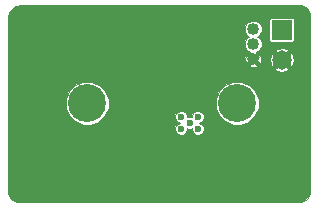
<source format=gbl>
G04 #@! TF.FileFunction,Copper,L2,Bot,Signal*
%FSLAX46Y46*%
G04 Gerber Fmt 4.6, Leading zero omitted, Abs format (unit mm)*
G04 Created by KiCad (PCBNEW (2015-05-03 BZR 5637)-product) date 2015 September 09, Wednesday 10:45:35*
%MOMM*%
G01*
G04 APERTURE LIST*
%ADD10C,0.100000*%
%ADD11R,1.651000X1.651000*%
%ADD12C,1.651000*%
%ADD13C,0.600000*%
%ADD14C,1.016000*%
%ADD15C,3.216000*%
%ADD16C,0.025400*%
G04 APERTURE END LIST*
D10*
D11*
X143002000Y-100584000D03*
D12*
X143002000Y-103124000D03*
D13*
X138176000Y-108775500D03*
X138176000Y-109474000D03*
X137541000Y-109093000D03*
X137541000Y-108331000D03*
X124206000Y-112649000D03*
X124206000Y-111887000D03*
X137287000Y-113982500D03*
X137287000Y-113093500D03*
X137287000Y-112204500D03*
X137287000Y-111315500D03*
X129540000Y-103505000D03*
X129540000Y-102616000D03*
X129540000Y-101727000D03*
X129540000Y-100838000D03*
X129540000Y-99949000D03*
X132969000Y-108839000D03*
D14*
X140589000Y-100520500D03*
X140589000Y-103060500D03*
X140589000Y-101790500D03*
D13*
X132969000Y-108077000D03*
X134493000Y-107950000D03*
X135890000Y-107950000D03*
X135191500Y-108458000D03*
X134493000Y-108966000D03*
X135890000Y-108966000D03*
D15*
X126520000Y-106800000D03*
X139220000Y-106800000D03*
D16*
G36*
X145377700Y-114283818D02*
X145309894Y-114624698D01*
X145125966Y-114899966D01*
X144850700Y-115083894D01*
X144509818Y-115151700D01*
X144044367Y-115151700D01*
X144044367Y-101409500D01*
X144044367Y-99758500D01*
X144028631Y-99677398D01*
X143981807Y-99606117D01*
X143911120Y-99558402D01*
X143827500Y-99541633D01*
X142176500Y-99541633D01*
X142095398Y-99557369D01*
X142024117Y-99604193D01*
X141976402Y-99674880D01*
X141959633Y-99758500D01*
X141959633Y-101409500D01*
X141975369Y-101490602D01*
X142022193Y-101561883D01*
X142092880Y-101609598D01*
X142176500Y-101626367D01*
X143827500Y-101626367D01*
X143908602Y-101610631D01*
X143979883Y-101563807D01*
X144027598Y-101493120D01*
X144044367Y-101409500D01*
X144044367Y-115151700D01*
X144008369Y-115151700D01*
X144008369Y-103172986D01*
X143950509Y-102784136D01*
X143913017Y-102693623D01*
X143805181Y-102585701D01*
X143540299Y-102850583D01*
X143540299Y-102320819D01*
X143432377Y-102212983D01*
X143050986Y-102117631D01*
X142662136Y-102175491D01*
X142571623Y-102212983D01*
X142463701Y-102320819D01*
X143002000Y-102859118D01*
X143540299Y-102320819D01*
X143540299Y-102850583D01*
X143266882Y-103124000D01*
X143805181Y-103662299D01*
X143913017Y-103554377D01*
X144008369Y-103172986D01*
X144008369Y-115151700D01*
X143540299Y-115151700D01*
X143540299Y-103927181D01*
X143002000Y-103388882D01*
X142737118Y-103653764D01*
X142737118Y-103124000D01*
X142198819Y-102585701D01*
X142090983Y-102693623D01*
X141995631Y-103075014D01*
X142053491Y-103463864D01*
X142090983Y-103554377D01*
X142198819Y-103662299D01*
X142737118Y-103124000D01*
X142737118Y-103653764D01*
X142463701Y-103927181D01*
X142571623Y-104035017D01*
X142953014Y-104130369D01*
X143341864Y-104072509D01*
X143432377Y-104035017D01*
X143540299Y-103927181D01*
X143540299Y-115151700D01*
X141309824Y-115151700D01*
X141309824Y-101647773D01*
X141200336Y-101382790D01*
X140997777Y-101179877D01*
X140939253Y-101155576D01*
X140996710Y-101131836D01*
X141199623Y-100929277D01*
X141309574Y-100664485D01*
X141309824Y-100377773D01*
X141200336Y-100112790D01*
X140997777Y-99909877D01*
X140732985Y-99799926D01*
X140446273Y-99799676D01*
X140181290Y-99909164D01*
X139978377Y-100111723D01*
X139868426Y-100376515D01*
X139868176Y-100663227D01*
X139977664Y-100928210D01*
X140180223Y-101131123D01*
X140238746Y-101155423D01*
X140181290Y-101179164D01*
X139978377Y-101381723D01*
X139868426Y-101646515D01*
X139868176Y-101933227D01*
X139977664Y-102198210D01*
X140180223Y-102401123D01*
X140317806Y-102458252D01*
X140286367Y-102492985D01*
X140589000Y-102795618D01*
X140891633Y-102492985D01*
X140860187Y-102458245D01*
X140996710Y-102401836D01*
X141199623Y-102199277D01*
X141309574Y-101934485D01*
X141309824Y-101647773D01*
X141309824Y-115151700D01*
X141272242Y-115151700D01*
X141272242Y-103031910D01*
X141231175Y-102825448D01*
X141156515Y-102757867D01*
X140853882Y-103060500D01*
X141156515Y-103363133D01*
X141231175Y-103295552D01*
X141272242Y-103031910D01*
X141272242Y-115151700D01*
X141041016Y-115151700D01*
X141041016Y-106439429D01*
X140891633Y-106077894D01*
X140891633Y-103628015D01*
X140589000Y-103325382D01*
X140324118Y-103590264D01*
X140324118Y-103060500D01*
X140021485Y-102757867D01*
X139946825Y-102825448D01*
X139905758Y-103089090D01*
X139946825Y-103295552D01*
X140021485Y-103363133D01*
X140324118Y-103060500D01*
X140324118Y-103590264D01*
X140286367Y-103628015D01*
X140353948Y-103702675D01*
X140617590Y-103743742D01*
X140824052Y-103702675D01*
X140891633Y-103628015D01*
X140891633Y-106077894D01*
X140764415Y-105770003D01*
X140252690Y-105257385D01*
X139583749Y-104979616D01*
X138859429Y-104978984D01*
X138190003Y-105255585D01*
X137677385Y-105767310D01*
X137399616Y-106436251D01*
X137398984Y-107160571D01*
X137675585Y-107829997D01*
X138187310Y-108342615D01*
X138856251Y-108620384D01*
X139580571Y-108621016D01*
X140249997Y-108344415D01*
X140762615Y-107832690D01*
X141040384Y-107163749D01*
X141041016Y-106439429D01*
X141041016Y-115151700D01*
X136402788Y-115151700D01*
X136402788Y-108864465D01*
X136324899Y-108675958D01*
X136180800Y-108531608D01*
X136003328Y-108457915D01*
X136180042Y-108384899D01*
X136324392Y-108240800D01*
X136402610Y-108052430D01*
X136402788Y-107848465D01*
X136324899Y-107659958D01*
X136180800Y-107515608D01*
X135992430Y-107437390D01*
X135788465Y-107437212D01*
X135599958Y-107515101D01*
X135455608Y-107659200D01*
X135377390Y-107847570D01*
X135377274Y-107979997D01*
X135293930Y-107945390D01*
X135089965Y-107945212D01*
X135005673Y-107980040D01*
X135005788Y-107848465D01*
X134927899Y-107659958D01*
X134783800Y-107515608D01*
X134595430Y-107437390D01*
X134391465Y-107437212D01*
X134202958Y-107515101D01*
X134058608Y-107659200D01*
X133980390Y-107847570D01*
X133980212Y-108051535D01*
X134058101Y-108240042D01*
X134202200Y-108384392D01*
X134379671Y-108458084D01*
X134202958Y-108531101D01*
X134058608Y-108675200D01*
X133980390Y-108863570D01*
X133980212Y-109067535D01*
X134058101Y-109256042D01*
X134202200Y-109400392D01*
X134390570Y-109478610D01*
X134594535Y-109478788D01*
X134783042Y-109400899D01*
X134927392Y-109256800D01*
X135005610Y-109068430D01*
X135005725Y-108936002D01*
X135089070Y-108970610D01*
X135293035Y-108970788D01*
X135377326Y-108935959D01*
X135377212Y-109067535D01*
X135455101Y-109256042D01*
X135599200Y-109400392D01*
X135787570Y-109478610D01*
X135991535Y-109478788D01*
X136180042Y-109400899D01*
X136324392Y-109256800D01*
X136402610Y-109068430D01*
X136402788Y-108864465D01*
X136402788Y-115151700D01*
X128341016Y-115151700D01*
X128341016Y-106439429D01*
X128064415Y-105770003D01*
X127552690Y-105257385D01*
X126883749Y-104979616D01*
X126159429Y-104978984D01*
X125490003Y-105255585D01*
X124977385Y-105767310D01*
X124699616Y-106436251D01*
X124698984Y-107160571D01*
X124975585Y-107829997D01*
X125487310Y-108342615D01*
X126156251Y-108620384D01*
X126880571Y-108621016D01*
X127549997Y-108344415D01*
X128062615Y-107832690D01*
X128340384Y-107163749D01*
X128341016Y-106439429D01*
X128341016Y-115151700D01*
X120666181Y-115151700D01*
X120325301Y-115083894D01*
X120050033Y-114899966D01*
X119866105Y-114624700D01*
X119798300Y-114283818D01*
X119798300Y-99584181D01*
X119885440Y-99146099D01*
X120124426Y-98788429D01*
X120482099Y-98549439D01*
X120920181Y-98462300D01*
X144509818Y-98462300D01*
X144850700Y-98530105D01*
X145125966Y-98714033D01*
X145309894Y-98989301D01*
X145377700Y-99330181D01*
X145377700Y-114283818D01*
X145377700Y-114283818D01*
G37*
X145377700Y-114283818D02*
X145309894Y-114624698D01*
X145125966Y-114899966D01*
X144850700Y-115083894D01*
X144509818Y-115151700D01*
X144044367Y-115151700D01*
X144044367Y-101409500D01*
X144044367Y-99758500D01*
X144028631Y-99677398D01*
X143981807Y-99606117D01*
X143911120Y-99558402D01*
X143827500Y-99541633D01*
X142176500Y-99541633D01*
X142095398Y-99557369D01*
X142024117Y-99604193D01*
X141976402Y-99674880D01*
X141959633Y-99758500D01*
X141959633Y-101409500D01*
X141975369Y-101490602D01*
X142022193Y-101561883D01*
X142092880Y-101609598D01*
X142176500Y-101626367D01*
X143827500Y-101626367D01*
X143908602Y-101610631D01*
X143979883Y-101563807D01*
X144027598Y-101493120D01*
X144044367Y-101409500D01*
X144044367Y-115151700D01*
X144008369Y-115151700D01*
X144008369Y-103172986D01*
X143950509Y-102784136D01*
X143913017Y-102693623D01*
X143805181Y-102585701D01*
X143540299Y-102850583D01*
X143540299Y-102320819D01*
X143432377Y-102212983D01*
X143050986Y-102117631D01*
X142662136Y-102175491D01*
X142571623Y-102212983D01*
X142463701Y-102320819D01*
X143002000Y-102859118D01*
X143540299Y-102320819D01*
X143540299Y-102850583D01*
X143266882Y-103124000D01*
X143805181Y-103662299D01*
X143913017Y-103554377D01*
X144008369Y-103172986D01*
X144008369Y-115151700D01*
X143540299Y-115151700D01*
X143540299Y-103927181D01*
X143002000Y-103388882D01*
X142737118Y-103653764D01*
X142737118Y-103124000D01*
X142198819Y-102585701D01*
X142090983Y-102693623D01*
X141995631Y-103075014D01*
X142053491Y-103463864D01*
X142090983Y-103554377D01*
X142198819Y-103662299D01*
X142737118Y-103124000D01*
X142737118Y-103653764D01*
X142463701Y-103927181D01*
X142571623Y-104035017D01*
X142953014Y-104130369D01*
X143341864Y-104072509D01*
X143432377Y-104035017D01*
X143540299Y-103927181D01*
X143540299Y-115151700D01*
X141309824Y-115151700D01*
X141309824Y-101647773D01*
X141200336Y-101382790D01*
X140997777Y-101179877D01*
X140939253Y-101155576D01*
X140996710Y-101131836D01*
X141199623Y-100929277D01*
X141309574Y-100664485D01*
X141309824Y-100377773D01*
X141200336Y-100112790D01*
X140997777Y-99909877D01*
X140732985Y-99799926D01*
X140446273Y-99799676D01*
X140181290Y-99909164D01*
X139978377Y-100111723D01*
X139868426Y-100376515D01*
X139868176Y-100663227D01*
X139977664Y-100928210D01*
X140180223Y-101131123D01*
X140238746Y-101155423D01*
X140181290Y-101179164D01*
X139978377Y-101381723D01*
X139868426Y-101646515D01*
X139868176Y-101933227D01*
X139977664Y-102198210D01*
X140180223Y-102401123D01*
X140317806Y-102458252D01*
X140286367Y-102492985D01*
X140589000Y-102795618D01*
X140891633Y-102492985D01*
X140860187Y-102458245D01*
X140996710Y-102401836D01*
X141199623Y-102199277D01*
X141309574Y-101934485D01*
X141309824Y-101647773D01*
X141309824Y-115151700D01*
X141272242Y-115151700D01*
X141272242Y-103031910D01*
X141231175Y-102825448D01*
X141156515Y-102757867D01*
X140853882Y-103060500D01*
X141156515Y-103363133D01*
X141231175Y-103295552D01*
X141272242Y-103031910D01*
X141272242Y-115151700D01*
X141041016Y-115151700D01*
X141041016Y-106439429D01*
X140891633Y-106077894D01*
X140891633Y-103628015D01*
X140589000Y-103325382D01*
X140324118Y-103590264D01*
X140324118Y-103060500D01*
X140021485Y-102757867D01*
X139946825Y-102825448D01*
X139905758Y-103089090D01*
X139946825Y-103295552D01*
X140021485Y-103363133D01*
X140324118Y-103060500D01*
X140324118Y-103590264D01*
X140286367Y-103628015D01*
X140353948Y-103702675D01*
X140617590Y-103743742D01*
X140824052Y-103702675D01*
X140891633Y-103628015D01*
X140891633Y-106077894D01*
X140764415Y-105770003D01*
X140252690Y-105257385D01*
X139583749Y-104979616D01*
X138859429Y-104978984D01*
X138190003Y-105255585D01*
X137677385Y-105767310D01*
X137399616Y-106436251D01*
X137398984Y-107160571D01*
X137675585Y-107829997D01*
X138187310Y-108342615D01*
X138856251Y-108620384D01*
X139580571Y-108621016D01*
X140249997Y-108344415D01*
X140762615Y-107832690D01*
X141040384Y-107163749D01*
X141041016Y-106439429D01*
X141041016Y-115151700D01*
X136402788Y-115151700D01*
X136402788Y-108864465D01*
X136324899Y-108675958D01*
X136180800Y-108531608D01*
X136003328Y-108457915D01*
X136180042Y-108384899D01*
X136324392Y-108240800D01*
X136402610Y-108052430D01*
X136402788Y-107848465D01*
X136324899Y-107659958D01*
X136180800Y-107515608D01*
X135992430Y-107437390D01*
X135788465Y-107437212D01*
X135599958Y-107515101D01*
X135455608Y-107659200D01*
X135377390Y-107847570D01*
X135377274Y-107979997D01*
X135293930Y-107945390D01*
X135089965Y-107945212D01*
X135005673Y-107980040D01*
X135005788Y-107848465D01*
X134927899Y-107659958D01*
X134783800Y-107515608D01*
X134595430Y-107437390D01*
X134391465Y-107437212D01*
X134202958Y-107515101D01*
X134058608Y-107659200D01*
X133980390Y-107847570D01*
X133980212Y-108051535D01*
X134058101Y-108240042D01*
X134202200Y-108384392D01*
X134379671Y-108458084D01*
X134202958Y-108531101D01*
X134058608Y-108675200D01*
X133980390Y-108863570D01*
X133980212Y-109067535D01*
X134058101Y-109256042D01*
X134202200Y-109400392D01*
X134390570Y-109478610D01*
X134594535Y-109478788D01*
X134783042Y-109400899D01*
X134927392Y-109256800D01*
X135005610Y-109068430D01*
X135005725Y-108936002D01*
X135089070Y-108970610D01*
X135293035Y-108970788D01*
X135377326Y-108935959D01*
X135377212Y-109067535D01*
X135455101Y-109256042D01*
X135599200Y-109400392D01*
X135787570Y-109478610D01*
X135991535Y-109478788D01*
X136180042Y-109400899D01*
X136324392Y-109256800D01*
X136402610Y-109068430D01*
X136402788Y-108864465D01*
X136402788Y-115151700D01*
X128341016Y-115151700D01*
X128341016Y-106439429D01*
X128064415Y-105770003D01*
X127552690Y-105257385D01*
X126883749Y-104979616D01*
X126159429Y-104978984D01*
X125490003Y-105255585D01*
X124977385Y-105767310D01*
X124699616Y-106436251D01*
X124698984Y-107160571D01*
X124975585Y-107829997D01*
X125487310Y-108342615D01*
X126156251Y-108620384D01*
X126880571Y-108621016D01*
X127549997Y-108344415D01*
X128062615Y-107832690D01*
X128340384Y-107163749D01*
X128341016Y-106439429D01*
X128341016Y-115151700D01*
X120666181Y-115151700D01*
X120325301Y-115083894D01*
X120050033Y-114899966D01*
X119866105Y-114624700D01*
X119798300Y-114283818D01*
X119798300Y-99584181D01*
X119885440Y-99146099D01*
X120124426Y-98788429D01*
X120482099Y-98549439D01*
X120920181Y-98462300D01*
X144509818Y-98462300D01*
X144850700Y-98530105D01*
X145125966Y-98714033D01*
X145309894Y-98989301D01*
X145377700Y-99330181D01*
X145377700Y-114283818D01*
M02*

</source>
